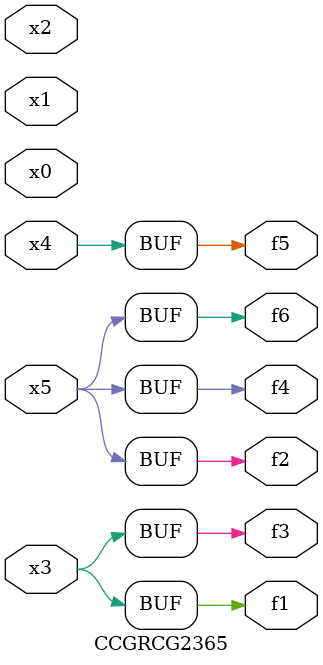
<source format=v>
module CCGRCG2365(
	input x0, x1, x2, x3, x4, x5,
	output f1, f2, f3, f4, f5, f6
);
	assign f1 = x3;
	assign f2 = x5;
	assign f3 = x3;
	assign f4 = x5;
	assign f5 = x4;
	assign f6 = x5;
endmodule

</source>
